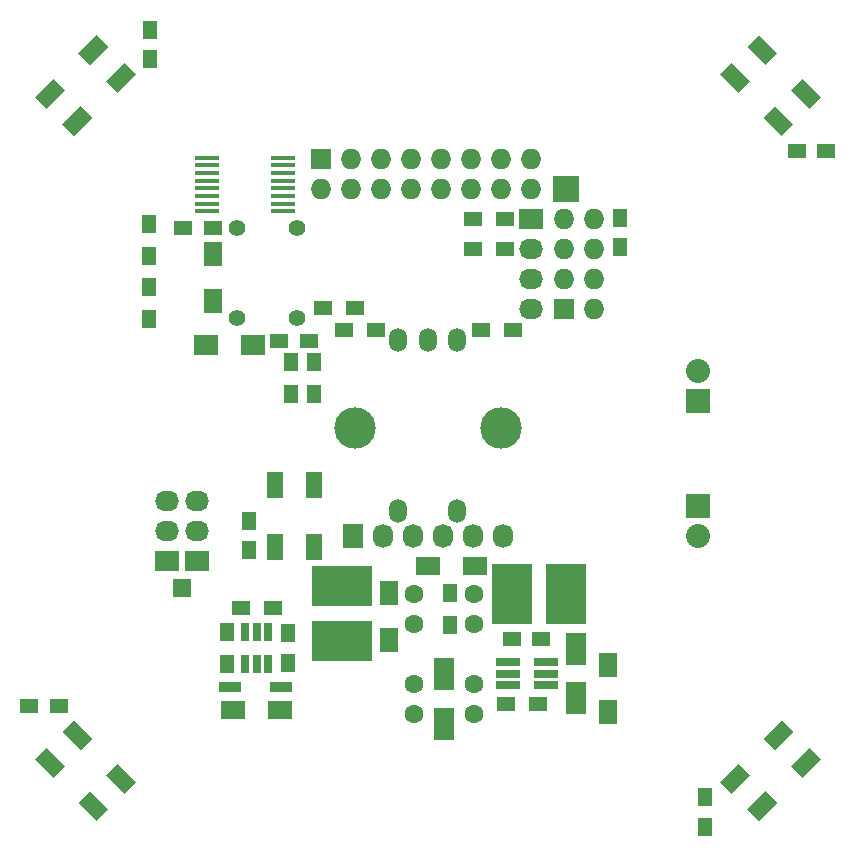
<source format=gbr>
G04 #@! TF.FileFunction,Soldermask,Top*
%FSLAX46Y46*%
G04 Gerber Fmt 4.6, Leading zero omitted, Abs format (unit mm)*
G04 Created by KiCad (PCBNEW 4.0.0-stable) date 08.12.2015 15:00:05*
%MOMM*%
G01*
G04 APERTURE LIST*
%ADD10C,0.100000*%
%ADD11R,2.000000X1.700000*%
%ADD12R,2.032000X1.727200*%
%ADD13O,2.032000X1.727200*%
%ADD14R,1.250000X1.500000*%
%ADD15R,1.500000X1.250000*%
%ADD16R,1.300000X1.500000*%
%ADD17C,1.397000*%
%ADD18R,2.000000X1.600000*%
%ADD19R,1.400000X2.200000*%
%ADD20R,1.727200X1.727200*%
%ADD21O,1.727200X1.727200*%
%ADD22R,1.500000X1.300000*%
%ADD23C,1.600000*%
%ADD24R,1.600000X2.000000*%
%ADD25R,1.850900X0.850900*%
%ADD26R,2.000000X0.650000*%
%ADD27R,1.699260X2.800000*%
%ADD28R,1.501140X1.501140*%
%ADD29R,0.650000X1.500000*%
%ADD30R,5.200000X3.400000*%
%ADD31R,3.400000X5.200000*%
%ADD32R,2.032000X2.032000*%
%ADD33O,2.032000X2.032000*%
%ADD34O,1.501140X1.998980*%
%ADD35C,3.500120*%
%ADD36R,2.000000X0.350000*%
%ADD37R,2.235200X2.235200*%
%ADD38R,1.727200X2.032000*%
%ADD39O,1.727200X2.032000*%
G04 APERTURE END LIST*
D10*
D11*
X131223000Y-92964000D03*
X135223000Y-92964000D03*
D12*
X130429000Y-111252000D03*
D13*
X130429000Y-108712000D03*
X130429000Y-106172000D03*
D14*
X166243000Y-82189000D03*
X166243000Y-84689000D03*
D15*
X181250000Y-76500000D03*
X183750000Y-76500000D03*
D14*
X173500000Y-131250000D03*
X173500000Y-133750000D03*
D16*
X126365000Y-85424000D03*
X126365000Y-82724000D03*
D17*
X138938000Y-90678000D03*
X133858000Y-90678000D03*
X138938000Y-83058000D03*
X133858000Y-83058000D03*
D15*
X137434000Y-92583000D03*
X139934000Y-92583000D03*
X131806000Y-83058000D03*
X129306000Y-83058000D03*
D18*
X137509000Y-123825000D03*
X133509000Y-123825000D03*
D14*
X126500000Y-68750000D03*
X126500000Y-66250000D03*
X134874000Y-110343000D03*
X134874000Y-107843000D03*
D15*
X118750000Y-123500000D03*
X116250000Y-123500000D03*
D19*
X137034000Y-110042000D03*
X140334000Y-110042000D03*
X140334000Y-104842000D03*
X137034000Y-104842000D03*
D10*
G36*
X120611092Y-127267588D02*
X119055457Y-125711953D01*
X120045406Y-124722004D01*
X121601041Y-126277639D01*
X120611092Y-127267588D01*
X120611092Y-127267588D01*
G37*
G36*
X118277639Y-129601041D02*
X116722004Y-128045406D01*
X117711953Y-127055457D01*
X119267588Y-128611092D01*
X118277639Y-129601041D01*
X118277639Y-129601041D01*
G37*
G36*
X121954594Y-133277996D02*
X120398959Y-131722361D01*
X121388908Y-130732412D01*
X122944543Y-132288047D01*
X121954594Y-133277996D01*
X121954594Y-133277996D01*
G37*
G36*
X124288047Y-130944543D02*
X122732412Y-129388908D01*
X123722361Y-128398959D01*
X125277996Y-129954594D01*
X124288047Y-130944543D01*
X124288047Y-130944543D01*
G37*
G36*
X122732412Y-70611092D02*
X124288047Y-69055457D01*
X125277996Y-70045406D01*
X123722361Y-71601041D01*
X122732412Y-70611092D01*
X122732412Y-70611092D01*
G37*
G36*
X120398959Y-68277639D02*
X121954594Y-66722004D01*
X122944543Y-67711953D01*
X121388908Y-69267588D01*
X120398959Y-68277639D01*
X120398959Y-68277639D01*
G37*
G36*
X116722004Y-71954594D02*
X118277639Y-70398959D01*
X119267588Y-71388908D01*
X117711953Y-72944543D01*
X116722004Y-71954594D01*
X116722004Y-71954594D01*
G37*
G36*
X119055457Y-74288047D02*
X120611092Y-72732412D01*
X121601041Y-73722361D01*
X120045406Y-75277996D01*
X119055457Y-74288047D01*
X119055457Y-74288047D01*
G37*
G36*
X179388908Y-72732412D02*
X180944543Y-74288047D01*
X179954594Y-75277996D01*
X178398959Y-73722361D01*
X179388908Y-72732412D01*
X179388908Y-72732412D01*
G37*
G36*
X181722361Y-70398959D02*
X183277996Y-71954594D01*
X182288047Y-72944543D01*
X180732412Y-71388908D01*
X181722361Y-70398959D01*
X181722361Y-70398959D01*
G37*
G36*
X178045406Y-66722004D02*
X179601041Y-68277639D01*
X178611092Y-69267588D01*
X177055457Y-67711953D01*
X178045406Y-66722004D01*
X178045406Y-66722004D01*
G37*
G36*
X175711953Y-69055457D02*
X177267588Y-70611092D01*
X176277639Y-71601041D01*
X174722004Y-70045406D01*
X175711953Y-69055457D01*
X175711953Y-69055457D01*
G37*
G36*
X177267588Y-129388908D02*
X175711953Y-130944543D01*
X174722004Y-129954594D01*
X176277639Y-128398959D01*
X177267588Y-129388908D01*
X177267588Y-129388908D01*
G37*
G36*
X179601041Y-131722361D02*
X178045406Y-133277996D01*
X177055457Y-132288047D01*
X178611092Y-130732412D01*
X179601041Y-131722361D01*
X179601041Y-131722361D01*
G37*
G36*
X183277996Y-128045406D02*
X181722361Y-129601041D01*
X180732412Y-128611092D01*
X182288047Y-127055457D01*
X183277996Y-128045406D01*
X183277996Y-128045406D01*
G37*
G36*
X180944543Y-125711953D02*
X179388908Y-127267588D01*
X178398959Y-126277639D01*
X179954594Y-124722004D01*
X180944543Y-125711953D01*
X180944543Y-125711953D01*
G37*
D20*
X161544000Y-89916000D03*
D21*
X164084000Y-89916000D03*
X161544000Y-87376000D03*
X164084000Y-87376000D03*
X161544000Y-84836000D03*
X164084000Y-84836000D03*
X161544000Y-82296000D03*
X164084000Y-82296000D03*
D16*
X126365000Y-90758000D03*
X126365000Y-88058000D03*
D22*
X142922000Y-91694000D03*
X145622000Y-91694000D03*
X157179000Y-91694000D03*
X154479000Y-91694000D03*
D14*
X138176000Y-119868000D03*
X138176000Y-117368000D03*
D23*
X153924000Y-124206000D03*
X148844000Y-124206000D03*
X153924000Y-121666000D03*
X148844000Y-121666000D03*
X153924000Y-116586000D03*
X148844000Y-116586000D03*
X153924000Y-114046000D03*
X148844000Y-114046000D03*
D12*
X158750000Y-82296000D03*
D13*
X158750000Y-84836000D03*
X158750000Y-87376000D03*
X158750000Y-89916000D03*
D22*
X153844000Y-82296000D03*
X156544000Y-82296000D03*
X141144000Y-89789000D03*
X143844000Y-89789000D03*
D16*
X140335000Y-94408000D03*
X140335000Y-97108000D03*
D24*
X146685000Y-113951000D03*
X146685000Y-117951000D03*
X131826000Y-89249000D03*
X131826000Y-85249000D03*
D25*
X137555860Y-121920000D03*
X133208140Y-121920000D03*
D16*
X151892000Y-113966000D03*
X151892000Y-116666000D03*
D22*
X156638000Y-123317000D03*
X159338000Y-123317000D03*
X136859000Y-115189000D03*
X134159000Y-115189000D03*
D16*
X132969000Y-117268000D03*
X132969000Y-119968000D03*
D26*
X156769000Y-119827000D03*
X156769000Y-120777000D03*
X156769000Y-121727000D03*
X159969000Y-121727000D03*
X159969000Y-119827000D03*
X159969000Y-120777000D03*
D24*
X165227000Y-120047000D03*
X165227000Y-124047000D03*
D18*
X154019000Y-111633000D03*
X150019000Y-111633000D03*
D27*
X162560000Y-122877000D03*
X162560000Y-118677000D03*
D15*
X159619000Y-117856000D03*
X157119000Y-117856000D03*
D27*
X151384000Y-120836000D03*
X151384000Y-125036000D03*
D28*
X129159000Y-113538000D03*
D29*
X136459000Y-117268000D03*
X135509000Y-117268000D03*
X134559000Y-117268000D03*
X134559000Y-119968000D03*
X136459000Y-119968000D03*
X135509000Y-119968000D03*
D30*
X142748000Y-113397000D03*
X142748000Y-117997000D03*
D31*
X157085000Y-114046000D03*
X161685000Y-114046000D03*
D32*
X172847000Y-106553000D03*
D33*
X172847000Y-109093000D03*
D32*
X172847000Y-97663000D03*
D33*
X172847000Y-95123000D03*
D22*
X153844000Y-84836000D03*
X156544000Y-84836000D03*
D12*
X127889000Y-111252000D03*
D13*
X127889000Y-108712000D03*
X127889000Y-106172000D03*
D34*
X152499360Y-92499380D03*
X150000000Y-92499380D03*
X147500640Y-92499380D03*
D35*
X156200140Y-100000000D03*
X143799860Y-100000000D03*
D34*
X152499360Y-107000240D03*
X147500640Y-107000240D03*
D36*
X131293000Y-77100000D03*
X131293000Y-77750000D03*
X131293000Y-78400000D03*
X131293000Y-79050000D03*
X131293000Y-79700000D03*
X131293000Y-80350000D03*
X131293000Y-81000000D03*
X131293000Y-81650000D03*
X137693000Y-81650000D03*
X137693000Y-81000000D03*
X137693000Y-80350000D03*
X137693000Y-79700000D03*
X137693000Y-79050000D03*
X137693000Y-78400000D03*
X137693000Y-77750000D03*
X137693000Y-77100000D03*
D20*
X140970000Y-77216000D03*
D21*
X140970000Y-79756000D03*
X143510000Y-77216000D03*
X143510000Y-79756000D03*
X146050000Y-77216000D03*
X146050000Y-79756000D03*
X148590000Y-77216000D03*
X148590000Y-79756000D03*
X151130000Y-77216000D03*
X151130000Y-79756000D03*
X153670000Y-77216000D03*
X153670000Y-79756000D03*
X156210000Y-77216000D03*
X156210000Y-79756000D03*
X158750000Y-77216000D03*
X158750000Y-79756000D03*
D37*
X161671000Y-79756000D03*
D38*
X143637000Y-109093000D03*
D39*
X146177000Y-109093000D03*
X148717000Y-109093000D03*
X151257000Y-109093000D03*
X153797000Y-109093000D03*
X156337000Y-109093000D03*
D16*
X138430000Y-97108000D03*
X138430000Y-94408000D03*
M02*

</source>
